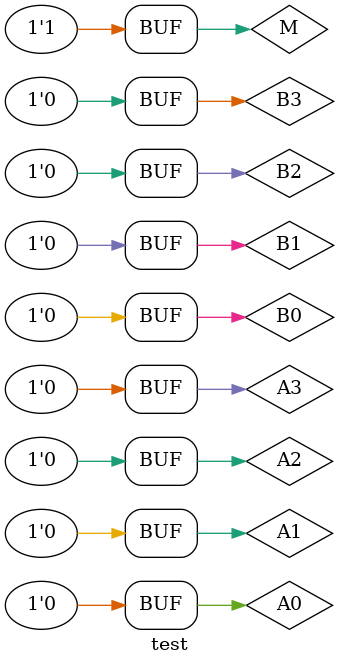
<source format=v>
`timescale 1ns / 1ps


module test;

	// Inputs
	reg M;
	reg A0;
	reg B0;
	reg A1;
	reg B1;
	reg A2;
	reg B2;
	reg A3;
	reg B3;

	// Outputs
	wire S0;
	wire S1;
	wire S2;
	wire S3;
	wire C;
	wire V;

	// Instantiate the Unit Under Test (UUT)
	AdderSubtractor uut (
		.M(M), 
		.A0(A0), 
		.B0(B0), 
		.A1(A1), 
		.B1(B1), 
		.A2(A2), 
		.B2(B2), 
		.A3(A3), 
		.B3(B3), 
		.S0(S0), 
		.S1(S1), 
		.S2(S2), 
		.S3(S3), 
		.C(C), 
		.V(V)
	);

	initial begin
		// Initialize Inputs
		M = 0;
		A0 = 0;
		B0 = 0;
		A1 = 0;
		B1 = 0;
		A2 = 0;
		B2 = 0;
		A3 = 0;
		B3 = 0;

		// Wait 100 ns for global reset to finish
		#100;
        
		// Add stimulus here
		#(100) A0 = 1;
		#(100) B0 = 1;
		#(100) A1 = 1;
		#(100) B1 = 1;
		#(100) A2 = 1; 
		#(100) B2 = 1;
		#(100) A3 = 1;
		#(100) B3 = 1;
		#(100) M = 1;
		#(100) A0 = 0;
		#(100) B0 = 0;
		#(100) A1 = 0;
		#(100) B1 = 0;
		#(100) A2 = 0;
		#(100) B2 = 0;
		#(100) A3 = 0;
		#(100) B3 = 0;
	end      
endmodule


</source>
